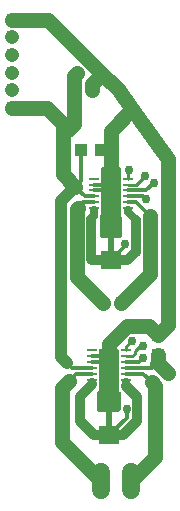
<source format=gbr>
G04 EAGLE Gerber RS-274X export*
G75*
%MOMM*%
%FSLAX34Y34*%
%LPD*%
%INTop Copper*%
%IPPOS*%
%AMOC8*
5,1,8,0,0,1.08239X$1,22.5*%
G01*
%ADD10C,1.208000*%
%ADD11C,1.524000*%
%ADD12R,0.811800X0.281800*%
%ADD13R,1.700000X2.500000*%
%ADD14R,1.000000X1.100000*%
%ADD15R,1.100000X1.000000*%
%ADD16R,1.803000X1.600000*%
%ADD17C,0.254000*%
%ADD18C,0.756400*%
%ADD19C,0.812800*%
%ADD20C,1.270000*%
%ADD21C,0.304800*%
%ADD22C,0.711200*%
%ADD23C,0.508000*%
%ADD24C,1.016000*%

G36*
X114580Y241304D02*
X114580Y241304D01*
X114606Y241302D01*
X114753Y241324D01*
X114900Y241341D01*
X114925Y241349D01*
X114951Y241353D01*
X115089Y241408D01*
X115228Y241458D01*
X115250Y241472D01*
X115275Y241482D01*
X115396Y241567D01*
X115521Y241647D01*
X115539Y241666D01*
X115561Y241681D01*
X115660Y241791D01*
X115763Y241898D01*
X115777Y241920D01*
X115794Y241940D01*
X115866Y242070D01*
X115942Y242197D01*
X115950Y242222D01*
X115963Y242245D01*
X116003Y242388D01*
X116048Y242529D01*
X116050Y242555D01*
X116058Y242580D01*
X116077Y242824D01*
X116077Y258572D01*
X116063Y258698D01*
X116056Y258824D01*
X116043Y258870D01*
X116037Y258918D01*
X115995Y259037D01*
X115960Y259159D01*
X115936Y259201D01*
X115920Y259246D01*
X115851Y259353D01*
X115790Y259463D01*
X115750Y259509D01*
X115731Y259539D01*
X115696Y259573D01*
X115631Y259649D01*
X115315Y259965D01*
X115315Y299974D01*
X115312Y300000D01*
X115314Y300026D01*
X115292Y300173D01*
X115275Y300320D01*
X115267Y300345D01*
X115263Y300371D01*
X115208Y300509D01*
X115158Y300648D01*
X115144Y300670D01*
X115134Y300695D01*
X115049Y300816D01*
X114969Y300941D01*
X114950Y300959D01*
X114935Y300981D01*
X114825Y301080D01*
X114718Y301183D01*
X114696Y301197D01*
X114676Y301214D01*
X114546Y301286D01*
X114419Y301362D01*
X114394Y301370D01*
X114371Y301383D01*
X114228Y301423D01*
X114087Y301468D01*
X114061Y301470D01*
X114036Y301478D01*
X113792Y301497D01*
X100330Y301497D01*
X100304Y301494D01*
X100278Y301496D01*
X100131Y301474D01*
X99984Y301457D01*
X99959Y301449D01*
X99933Y301445D01*
X99795Y301390D01*
X99656Y301340D01*
X99634Y301326D01*
X99609Y301316D01*
X99488Y301231D01*
X99363Y301151D01*
X99345Y301132D01*
X99323Y301117D01*
X99224Y301007D01*
X99121Y300900D01*
X99107Y300878D01*
X99090Y300858D01*
X99018Y300728D01*
X98942Y300601D01*
X98934Y300576D01*
X98921Y300553D01*
X98881Y300410D01*
X98836Y300269D01*
X98834Y300243D01*
X98826Y300218D01*
X98807Y299974D01*
X98807Y261489D01*
X98491Y261173D01*
X98412Y261074D01*
X98328Y260980D01*
X98304Y260938D01*
X98274Y260900D01*
X98220Y260786D01*
X98159Y260675D01*
X98146Y260629D01*
X98125Y260585D01*
X98099Y260462D01*
X98064Y260340D01*
X98060Y260279D01*
X98052Y260244D01*
X98053Y260196D01*
X98045Y260096D01*
X98045Y242824D01*
X98048Y242798D01*
X98046Y242772D01*
X98068Y242625D01*
X98085Y242478D01*
X98093Y242453D01*
X98097Y242427D01*
X98152Y242289D01*
X98202Y242150D01*
X98216Y242128D01*
X98226Y242103D01*
X98311Y241982D01*
X98391Y241857D01*
X98410Y241839D01*
X98425Y241817D01*
X98535Y241718D01*
X98642Y241615D01*
X98664Y241601D01*
X98684Y241584D01*
X98814Y241512D01*
X98941Y241436D01*
X98966Y241428D01*
X98989Y241415D01*
X99132Y241375D01*
X99273Y241330D01*
X99299Y241328D01*
X99324Y241320D01*
X99568Y241301D01*
X114554Y241301D01*
X114580Y241304D01*
G37*
G36*
X113625Y93993D02*
X113625Y93993D01*
X113712Y93996D01*
X113765Y94013D01*
X113820Y94021D01*
X113899Y94056D01*
X113983Y94083D01*
X114022Y94111D01*
X114079Y94137D01*
X114192Y94233D01*
X114256Y94278D01*
X115018Y95040D01*
X115070Y95110D01*
X115130Y95174D01*
X115156Y95223D01*
X115189Y95267D01*
X115220Y95349D01*
X115260Y95427D01*
X115268Y95475D01*
X115290Y95533D01*
X115302Y95681D01*
X115315Y95758D01*
X115315Y109982D01*
X115303Y110069D01*
X115300Y110156D01*
X115283Y110209D01*
X115275Y110264D01*
X115240Y110343D01*
X115213Y110427D01*
X115185Y110466D01*
X115159Y110523D01*
X115063Y110636D01*
X115018Y110700D01*
X113791Y111927D01*
X113791Y146050D01*
X113783Y146108D01*
X113785Y146166D01*
X113763Y146248D01*
X113751Y146332D01*
X113728Y146385D01*
X113713Y146441D01*
X113670Y146514D01*
X113635Y146591D01*
X113597Y146636D01*
X113568Y146686D01*
X113506Y146744D01*
X113452Y146808D01*
X113403Y146840D01*
X113360Y146880D01*
X113285Y146919D01*
X113215Y146966D01*
X113159Y146983D01*
X113107Y147010D01*
X113039Y147021D01*
X112944Y147051D01*
X112844Y147054D01*
X112776Y147065D01*
X97790Y147065D01*
X97732Y147057D01*
X97674Y147059D01*
X97592Y147037D01*
X97509Y147025D01*
X97455Y147002D01*
X97399Y146987D01*
X97326Y146944D01*
X97249Y146909D01*
X97204Y146871D01*
X97154Y146842D01*
X97096Y146780D01*
X97032Y146726D01*
X97000Y146677D01*
X96960Y146634D01*
X96921Y146559D01*
X96875Y146489D01*
X96857Y146433D01*
X96830Y146381D01*
X96819Y146313D01*
X96789Y146218D01*
X96786Y146118D01*
X96775Y146050D01*
X96775Y111927D01*
X95294Y110446D01*
X95242Y110376D01*
X95182Y110312D01*
X95156Y110263D01*
X95123Y110219D01*
X95092Y110137D01*
X95052Y110059D01*
X95044Y110012D01*
X95022Y109953D01*
X95010Y109805D01*
X94997Y109728D01*
X94997Y95758D01*
X95009Y95671D01*
X95012Y95584D01*
X95029Y95531D01*
X95037Y95477D01*
X95072Y95397D01*
X95099Y95313D01*
X95127Y95274D01*
X95153Y95217D01*
X95249Y95104D01*
X95294Y95040D01*
X96056Y94278D01*
X96126Y94226D01*
X96190Y94166D01*
X96239Y94140D01*
X96283Y94107D01*
X96365Y94076D01*
X96443Y94036D01*
X96491Y94028D01*
X96549Y94006D01*
X96697Y93994D01*
X96774Y93981D01*
X113538Y93981D01*
X113625Y93993D01*
G37*
D10*
X23114Y426120D03*
X23114Y351120D03*
X23114Y411120D03*
X23114Y366120D03*
X23114Y381120D03*
X23114Y396120D03*
D11*
X98552Y43178D02*
X98552Y27938D01*
X123952Y27938D02*
X123952Y43178D01*
D12*
X119832Y121046D03*
X119832Y126046D03*
X119832Y131046D03*
X119832Y136046D03*
X119832Y141046D03*
X119832Y146046D03*
X90832Y146046D03*
X90832Y141046D03*
X90832Y136046D03*
X90832Y131046D03*
X90832Y126046D03*
X90832Y121046D03*
D13*
X105332Y133546D03*
D14*
X147066Y142122D03*
X147066Y159122D03*
D15*
X81416Y315722D03*
X98416Y315722D03*
D12*
X121688Y266392D03*
X121688Y271392D03*
X121688Y276392D03*
X121688Y281392D03*
X121688Y286392D03*
X121688Y291392D03*
X92688Y291392D03*
X92688Y286392D03*
X92688Y281392D03*
X92688Y276392D03*
X92688Y271392D03*
X92688Y266392D03*
D13*
X107188Y278892D03*
D16*
X105410Y74172D03*
X105410Y102612D03*
X107188Y222254D03*
X107188Y250694D03*
D10*
X100196Y185928D03*
X115196Y185928D03*
D17*
X119832Y141046D02*
X125146Y141046D01*
X125222Y140970D01*
X127508Y143256D01*
X127508Y145796D01*
X131770Y150058D01*
X133858Y150058D01*
D18*
X133858Y150058D03*
D17*
X119832Y149322D02*
X119832Y146046D01*
X119832Y149322D02*
X124574Y154064D01*
D18*
X124574Y154064D03*
D17*
X121688Y291392D02*
X121688Y298218D01*
X121941Y298471D01*
D18*
X121941Y298471D03*
D17*
X121688Y286392D02*
X128460Y286392D01*
X135890Y293822D01*
D18*
X135890Y293822D03*
D19*
X105156Y133722D02*
X105332Y133546D01*
D20*
X105332Y140970D01*
X105332Y151306D01*
X139192Y166996D02*
X147066Y159122D01*
X139192Y166996D02*
X121022Y166996D01*
X105332Y151306D01*
X147066Y159122D02*
X155194Y167250D01*
X155194Y308411D02*
X125231Y350098D01*
X112915Y367233D01*
X155194Y308411D02*
X155194Y167250D01*
D21*
X105256Y141046D02*
X90832Y141046D01*
X105256Y141046D02*
X105332Y140970D01*
X102832Y136046D02*
X90832Y136046D01*
X102832Y136046D02*
X105332Y133546D01*
X104006Y286392D02*
X92688Y286392D01*
X104006Y286392D02*
X105156Y285242D01*
X101306Y281392D01*
X92688Y281392D01*
X107188Y306950D02*
X98416Y315722D01*
X107188Y306950D02*
X107188Y294132D01*
X107188Y278892D01*
D20*
X112915Y367233D02*
X99866Y380282D01*
X54029Y426120D01*
X23114Y426120D01*
X107188Y332055D02*
X107188Y294132D01*
X107188Y332055D02*
X125231Y350098D01*
D19*
X117348Y74172D02*
X105410Y74172D01*
X92710Y74172D01*
X80518Y86364D01*
X80518Y106934D01*
X90832Y117248D01*
D22*
X90832Y119049D01*
D19*
X129286Y106680D02*
X129286Y86110D01*
X117348Y74172D01*
X129286Y106680D02*
X119832Y116134D01*
D22*
X119832Y119049D01*
D21*
X120239Y89001D02*
X105410Y74172D01*
X120239Y89001D02*
X120239Y96266D01*
D18*
X120239Y96266D03*
X134474Y139700D03*
D21*
X130820Y136046D01*
X119832Y136046D01*
D19*
X89916Y223520D02*
X89916Y257048D01*
X89916Y223520D02*
X91182Y222254D01*
X107188Y222254D01*
X120908Y222508D02*
X128016Y229616D01*
X120908Y222508D02*
X107442Y222508D01*
X107188Y222254D01*
X128016Y229616D02*
X128016Y256682D01*
D21*
X119380Y234446D02*
X107188Y222254D01*
X119380Y234446D02*
X119380Y236474D01*
D18*
X119380Y236474D03*
X143256Y288036D03*
D21*
X136612Y281392D01*
X121688Y281392D01*
D22*
X92688Y259820D02*
X89916Y257048D01*
X92688Y259820D02*
X92688Y264788D01*
X121688Y263010D02*
X128016Y256682D01*
X121688Y263010D02*
X121688Y264788D01*
D23*
X105410Y102612D02*
X105410Y74172D01*
X107188Y222254D02*
X107188Y250694D01*
D18*
X91440Y366776D03*
D20*
X91440Y371856D01*
X99866Y380282D01*
D21*
X119832Y131046D02*
X141714Y131046D01*
X145034Y134366D01*
X90832Y131046D02*
X73932Y131046D01*
X69596Y135382D01*
D24*
X145034Y134366D02*
X147066Y136398D01*
X147066Y142122D01*
X69596Y135382D02*
X64516Y140462D01*
D18*
X136398Y273812D03*
X76962Y284734D03*
D24*
X64516Y272288D01*
X64516Y140462D01*
D21*
X85304Y276392D02*
X92688Y276392D01*
X85304Y276392D02*
X76962Y284734D01*
D20*
X66548Y295148D01*
X66548Y337312D01*
X70866Y332994D01*
X66548Y337312D02*
X52740Y351120D01*
X23114Y351120D01*
D21*
X81416Y315722D02*
X81416Y289188D01*
X76962Y284734D01*
X121688Y276392D02*
X133818Y276392D01*
X136398Y273812D01*
D20*
X75946Y338074D02*
X70866Y332994D01*
X147066Y142122D02*
X147320Y141868D01*
X147320Y135636D01*
X155702Y127254D01*
D18*
X155702Y127254D03*
X78740Y380746D03*
D20*
X75946Y377952D01*
X75946Y338074D01*
X144526Y56132D02*
X123952Y35558D01*
D21*
X119832Y126046D02*
X134304Y126046D01*
X141478Y118872D01*
D20*
X144526Y115824D01*
X144526Y56132D01*
X98552Y35812D02*
X98552Y35558D01*
X98552Y35812D02*
X66040Y68324D01*
D21*
X77532Y126046D02*
X90832Y126046D01*
X77532Y126046D02*
X71374Y119888D01*
D20*
X66040Y114554D01*
X66040Y68324D01*
D21*
X121688Y271392D02*
X128150Y271392D01*
X139954Y259588D01*
D20*
X139954Y210686D01*
X115196Y185928D01*
D21*
X92688Y271392D02*
X83686Y271392D01*
X79248Y266954D01*
D20*
X77978Y265684D01*
X77978Y208146D01*
X100196Y185928D01*
M02*

</source>
